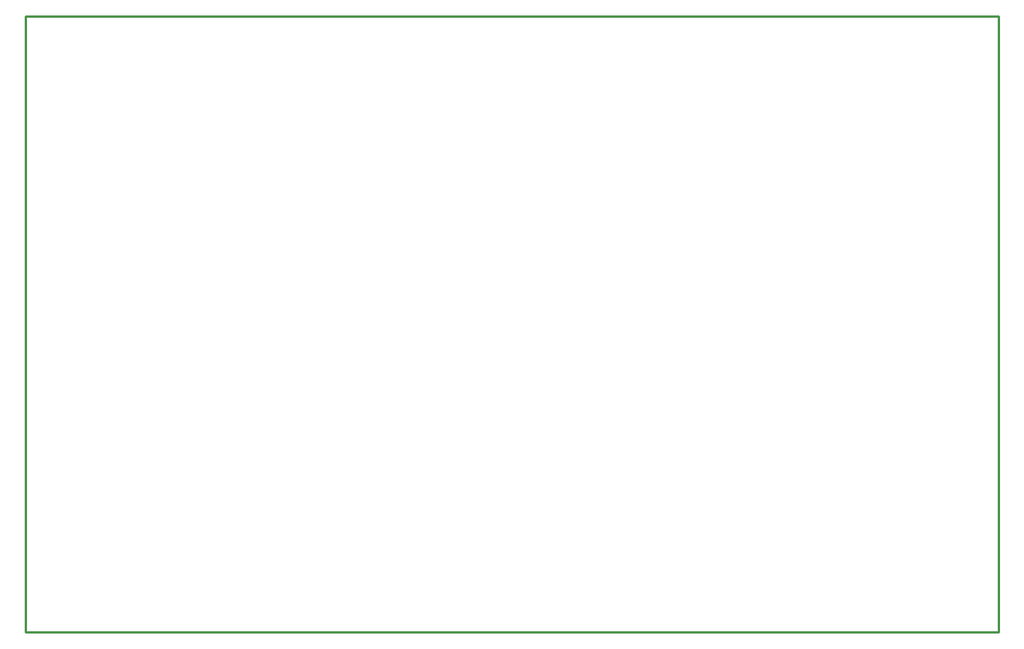
<source format=gko>
G04 Layer_Color=16711935*
%FSLAX44Y44*%
%MOMM*%
G71*
G01*
G75*
%ADD30C,0.2540*%
D30*
X0Y675640D02*
X1066800D01*
X0Y0D02*
Y675640D01*
X1066800Y0D02*
Y675640D01*
X0Y0D02*
X1066800D01*
M02*

</source>
